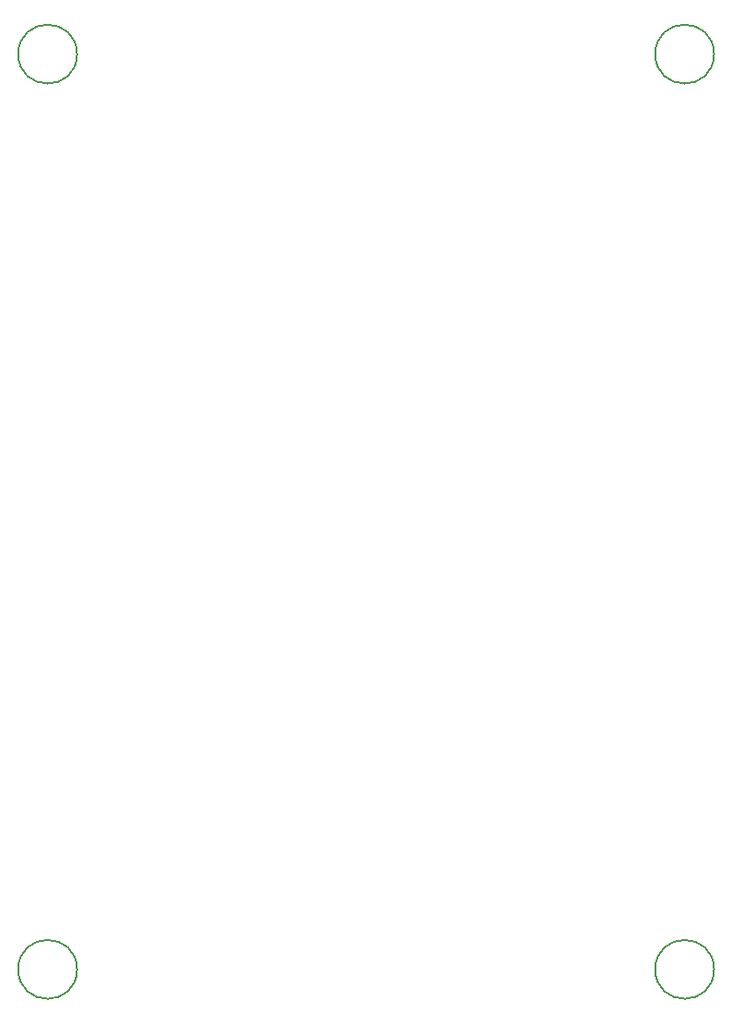
<source format=gbr>
%TF.GenerationSoftware,KiCad,Pcbnew,8.0.4*%
%TF.CreationDate,2024-09-13T06:36:19-04:00*%
%TF.ProjectId,UpTime,55705469-6d65-42e6-9b69-6361645f7063,rev?*%
%TF.SameCoordinates,Original*%
%TF.FileFunction,Other,Comment*%
%FSLAX46Y46*%
G04 Gerber Fmt 4.6, Leading zero omitted, Abs format (unit mm)*
G04 Created by KiCad (PCBNEW 8.0.4) date 2024-09-13 06:36:19*
%MOMM*%
%LPD*%
G01*
G04 APERTURE LIST*
%ADD10C,0.150000*%
G04 APERTURE END LIST*
D10*
%TO.C,REF\u002A\u002A*%
X181200000Y-56500000D02*
G75*
G02*
X175800000Y-56500000I-2700000J0D01*
G01*
X175800000Y-56500000D02*
G75*
G02*
X181200000Y-56500000I2700000J0D01*
G01*
X181200000Y-140500000D02*
G75*
G02*
X175800000Y-140500000I-2700000J0D01*
G01*
X175800000Y-140500000D02*
G75*
G02*
X181200000Y-140500000I2700000J0D01*
G01*
X122700000Y-56500000D02*
G75*
G02*
X117300000Y-56500000I-2700000J0D01*
G01*
X117300000Y-56500000D02*
G75*
G02*
X122700000Y-56500000I2700000J0D01*
G01*
X122700000Y-140500000D02*
G75*
G02*
X117300000Y-140500000I-2700000J0D01*
G01*
X117300000Y-140500000D02*
G75*
G02*
X122700000Y-140500000I2700000J0D01*
G01*
%TD*%
M02*

</source>
